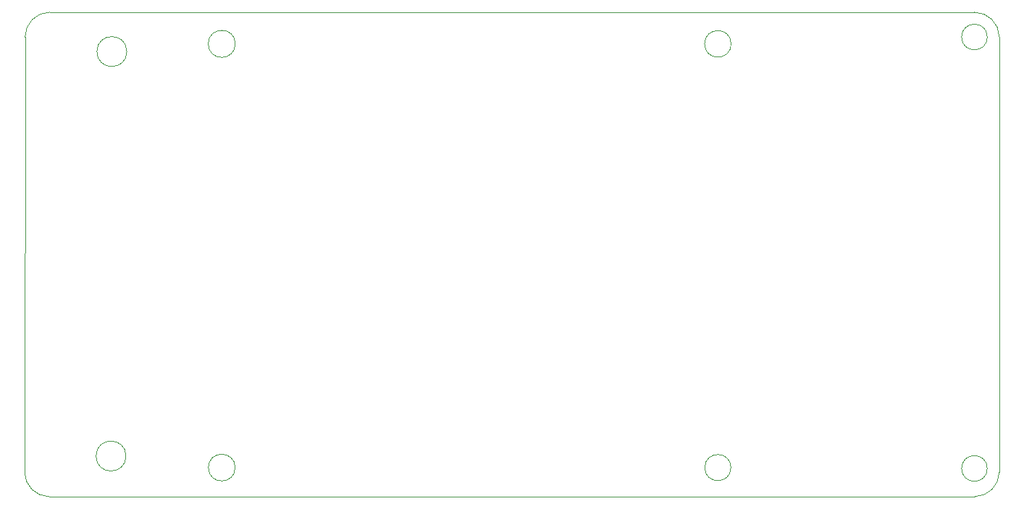
<source format=gbr>
G04 #@! TF.GenerationSoftware,KiCad,Pcbnew,(6.0.4-0)*
G04 #@! TF.CreationDate,2022-04-08T08:30:32+02:00*
G04 #@! TF.ProjectId,FluCom2,466c7543-6f6d-4322-9e6b-696361645f70,2.3*
G04 #@! TF.SameCoordinates,Original*
G04 #@! TF.FileFunction,Profile,NP*
%FSLAX46Y46*%
G04 Gerber Fmt 4.6, Leading zero omitted, Abs format (unit mm)*
G04 Created by KiCad (PCBNEW (6.0.4-0)) date 2022-04-08 08:30:32*
%MOMM*%
%LPD*%
G01*
G04 APERTURE LIST*
G04 #@! TA.AperFunction,Profile*
%ADD10C,0.050000*%
G04 #@! TD*
G04 APERTURE END LIST*
D10*
X80099944Y-140398335D02*
X138000000Y-140400000D01*
X56950000Y-137500000D02*
G75*
G03*
X59850000Y-140400000I2900000J0D01*
G01*
X74050000Y-140400000D02*
X59850000Y-140400000D01*
X59900000Y-83750000D02*
X168000000Y-83750000D01*
X168000000Y-140400000D02*
G75*
G03*
X170900000Y-137500000I0J2900000D01*
G01*
X169500000Y-137100000D02*
G75*
G03*
X169500000Y-137100000I-1500000J0D01*
G01*
X170900000Y-137100000D02*
X170900000Y-137500000D01*
X81581139Y-87450000D02*
G75*
G03*
X81581139Y-87450000I-1581139J0D01*
G01*
X74050000Y-140400000D02*
X80099944Y-140398335D01*
X68800000Y-135650000D02*
G75*
G03*
X68800000Y-135650000I-1750000J0D01*
G01*
X170900000Y-86650000D02*
G75*
G03*
X168000000Y-83750000I-2900000J0D01*
G01*
X59900000Y-83750000D02*
G75*
G03*
X57000000Y-86650000I0J-2900000D01*
G01*
X81565248Y-137000000D02*
G75*
G03*
X81565248Y-137000000I-1565248J0D01*
G01*
X139526434Y-137000000D02*
G75*
G03*
X139526434Y-137000000I-1526434J0D01*
G01*
X57000000Y-86650000D02*
X56950000Y-137500000D01*
X170900000Y-137100000D02*
X170900000Y-86650000D01*
X138000000Y-140400000D02*
X168000000Y-140400000D01*
X169500000Y-86650000D02*
G75*
G03*
X169500000Y-86650000I-1500000J0D01*
G01*
X139552417Y-87450000D02*
G75*
G03*
X139552417Y-87450000I-1552417J0D01*
G01*
X68900000Y-88350000D02*
G75*
G03*
X68900000Y-88350000I-1750000J0D01*
G01*
M02*

</source>
